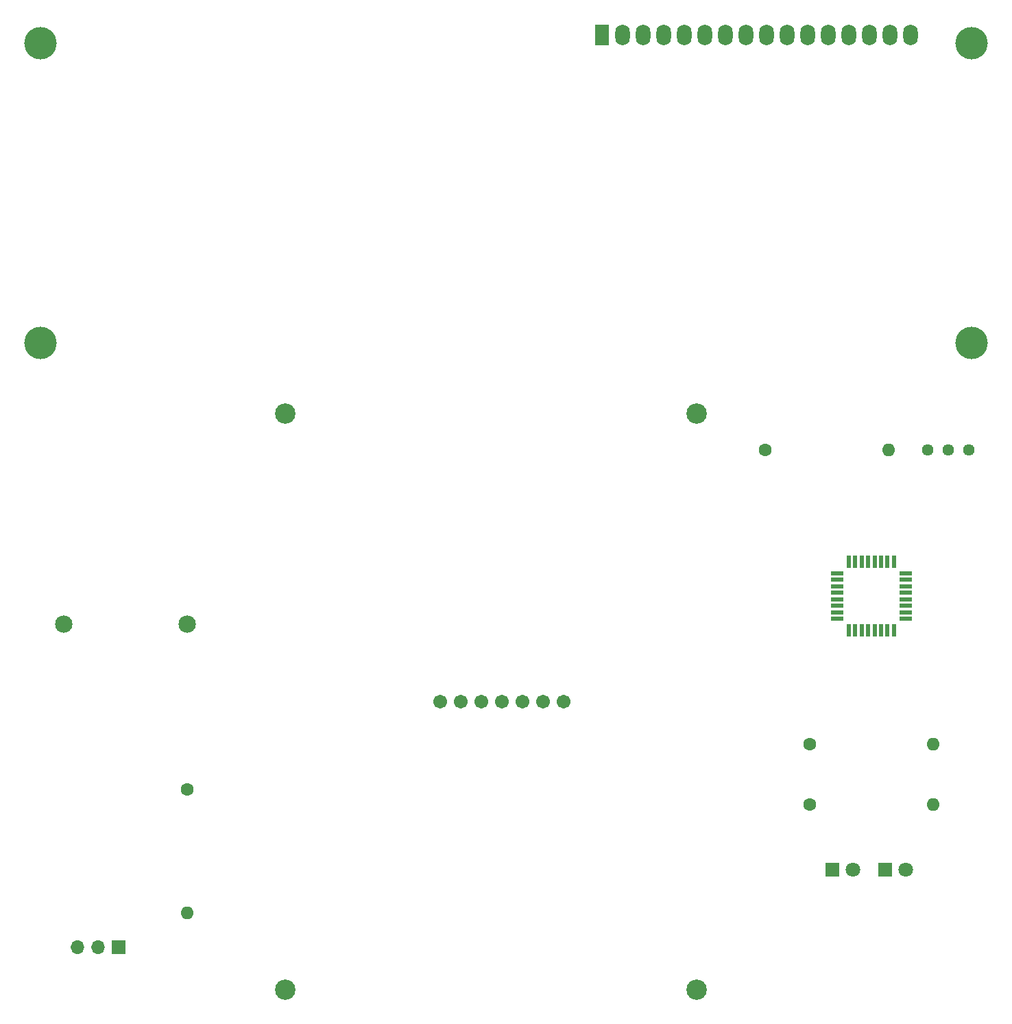
<source format=gbr>
%TF.GenerationSoftware,KiCad,Pcbnew,8.0.2*%
%TF.CreationDate,2024-07-17T11:39:07+05:30*%
%TF.ProjectId,smart lock,736d6172-7420-46c6-9f63-6b2e6b696361,v1*%
%TF.SameCoordinates,Original*%
%TF.FileFunction,Soldermask,Top*%
%TF.FilePolarity,Negative*%
%FSLAX46Y46*%
G04 Gerber Fmt 4.6, Leading zero omitted, Abs format (unit mm)*
G04 Created by KiCad (PCBNEW 8.0.2) date 2024-07-17 11:39:07*
%MOMM*%
%LPD*%
G01*
G04 APERTURE LIST*
%ADD10R,1.800000X1.800000*%
%ADD11C,1.800000*%
%ADD12C,2.514600*%
%ADD13C,1.712000*%
%ADD14C,1.440000*%
%ADD15C,1.600000*%
%ADD16O,1.600000X1.600000*%
%ADD17C,2.154000*%
%ADD18R,1.600000X0.550000*%
%ADD19R,0.550000X1.600000*%
%ADD20C,4.000000*%
%ADD21R,1.800000X2.600000*%
%ADD22O,1.800000X2.600000*%
%ADD23R,1.700000X1.700000*%
%ADD24O,1.700000X1.700000*%
G04 APERTURE END LIST*
D10*
%TO.C,D1*%
X159225000Y-137250000D03*
D11*
X161765000Y-137250000D03*
%TD*%
D12*
%TO.C,MOD1*%
X91600000Y-80940000D03*
X91600000Y-152060000D03*
X142400000Y-80940000D03*
X142400000Y-152060000D03*
D13*
X126040000Y-116500000D03*
X123500000Y-116500000D03*
X120960000Y-116500000D03*
X118420000Y-116500000D03*
X115880000Y-116500000D03*
X113340000Y-116500000D03*
X110800000Y-116500000D03*
%TD*%
D14*
%TO.C,VR1*%
X176000000Y-85500000D03*
X173460000Y-85500000D03*
X170920000Y-85500000D03*
%TD*%
D10*
%TO.C,D2*%
X165725000Y-137250000D03*
D11*
X168265000Y-137250000D03*
%TD*%
D15*
%TO.C,R3*%
X156380000Y-129250000D03*
D16*
X171620000Y-129250000D03*
%TD*%
D15*
%TO.C,R2*%
X156380000Y-121750000D03*
D16*
X171620000Y-121750000D03*
%TD*%
D15*
%TO.C,R1*%
X150880000Y-85500000D03*
D16*
X166120000Y-85500000D03*
%TD*%
D17*
%TO.C,LS1*%
X64300000Y-107000000D03*
X79500000Y-107000000D03*
%TD*%
D15*
%TO.C,R4*%
X79500000Y-127380000D03*
D16*
X79500000Y-142620000D03*
%TD*%
D18*
%TO.C,U1*%
X159750000Y-100700000D03*
X159750000Y-101500000D03*
X159750000Y-102300000D03*
X159750000Y-103100000D03*
X159750000Y-103900000D03*
X159750000Y-104700000D03*
X159750000Y-105500000D03*
X159750000Y-106300000D03*
D19*
X161200000Y-107750000D03*
X162000000Y-107750000D03*
X162800000Y-107750000D03*
X163600000Y-107750000D03*
X164400000Y-107750000D03*
X165200000Y-107750000D03*
X166000000Y-107750000D03*
X166800000Y-107750000D03*
D18*
X168250000Y-106300000D03*
X168250000Y-105500000D03*
X168250000Y-104700000D03*
X168250000Y-103900000D03*
X168250000Y-103100000D03*
X168250000Y-102300000D03*
X168250000Y-101500000D03*
X168250000Y-100700000D03*
D19*
X166800000Y-99250000D03*
X166000000Y-99250000D03*
X165200000Y-99250000D03*
X164400000Y-99250000D03*
X163600000Y-99250000D03*
X162800000Y-99250000D03*
X162000000Y-99250000D03*
X161200000Y-99250000D03*
%TD*%
D20*
%TO.C,DS1*%
X61379580Y-35225760D03*
X61379580Y-72225940D03*
X176380620Y-35225760D03*
X176380620Y-72225940D03*
D21*
X130780000Y-34225000D03*
D22*
X133320000Y-34225000D03*
X135860000Y-34225000D03*
X138400000Y-34225000D03*
X140940000Y-34225000D03*
X143480000Y-34225000D03*
X146020000Y-34225000D03*
X148560000Y-34225000D03*
X151100000Y-34225000D03*
X153640000Y-34225000D03*
X156180000Y-34225000D03*
X158720000Y-34225000D03*
X161260000Y-34225000D03*
X163800000Y-34225000D03*
X166340000Y-34225000D03*
X168880000Y-34225000D03*
%TD*%
D23*
%TO.C,M1*%
X71025000Y-146875000D03*
D24*
X68485000Y-146875000D03*
X65945000Y-146875000D03*
%TD*%
M02*

</source>
